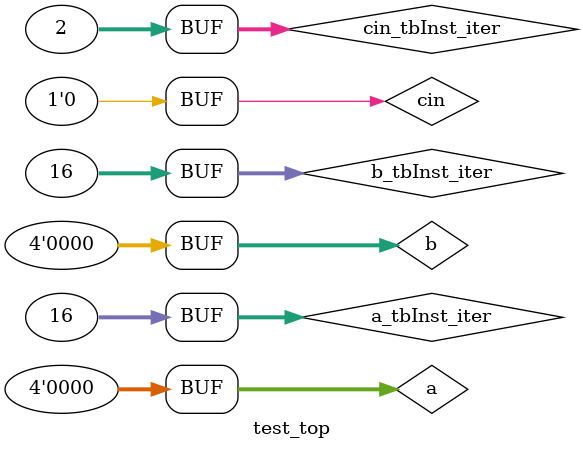
<source format=v>
`timescale 1ns/1ps
`include "top.v"


module test_top();
	reg  [	3	:	0	]	a;
	reg  [	3	:	0	]	b;
	reg 	cin;
	wire [	3	:	0	]	sum;
	wire	cout;
	top_module top_inst(
		.a		(		a),
		.b		(		b),
		.cin		(		cin),
		.sum		(		sum),
		.cout		(		cout)
	);

	integer a_tbInst_iter, b_tbInst_iter, cin_tbInst_iter;

	initial begin
		cin = 1'b0;
		for(cin_tbInst_iter = 0; cin_tbInst_iter < 2; cin_tbInst_iter = cin_tbInst_iter + 1) begin
			b = 4'b0;
			for(b_tbInst_iter = 0; b_tbInst_iter < 16; b_tbInst_iter = b_tbInst_iter + 1) begin
				a = 4'b0;
				for(a_tbInst_iter = 0; a_tbInst_iter < 16; a_tbInst_iter = a_tbInst_iter + 1) begin
					#5;
					a = a + 1;
				end
				b = b + 1;
			end
			cin = cin + 1;
		end
	end
endmodule
</source>
